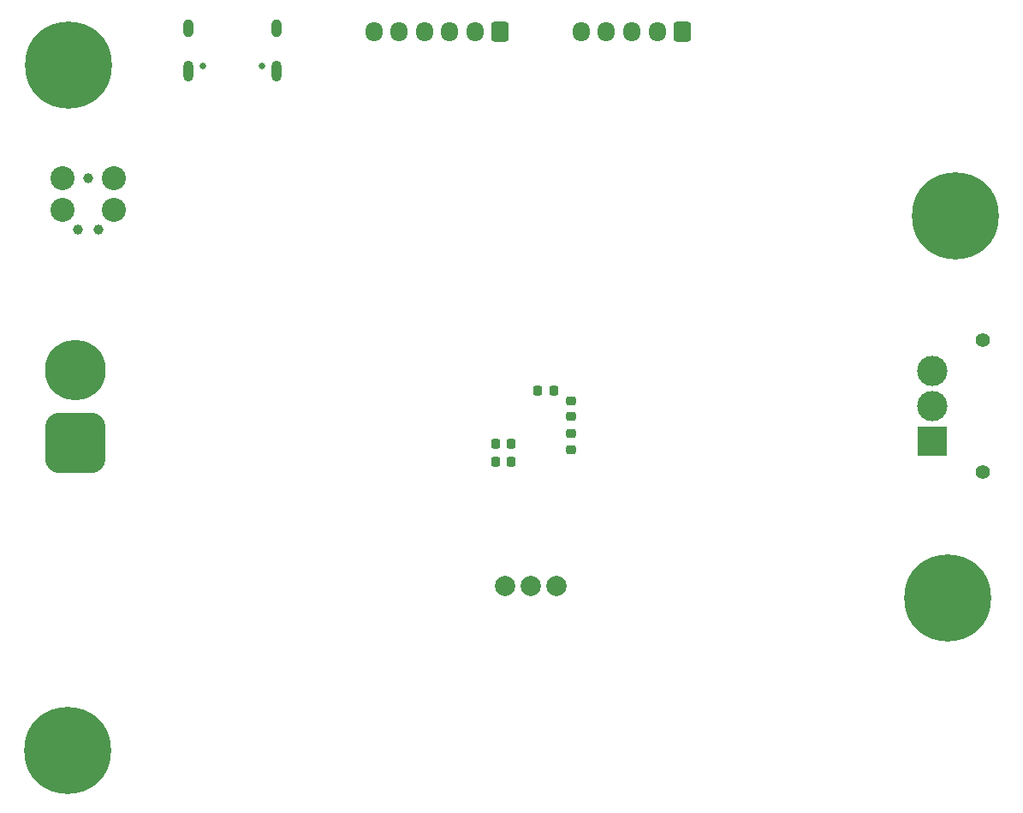
<source format=gbs>
%TF.GenerationSoftware,KiCad,Pcbnew,8.0.4-1.fc40*%
%TF.CreationDate,2024-07-29T21:14:52+02:00*%
%TF.ProjectId,TractionHub,54726163-7469-46f6-9e48-75622e6b6963,rev?*%
%TF.SameCoordinates,Original*%
%TF.FileFunction,Soldermask,Bot*%
%TF.FilePolarity,Negative*%
%FSLAX46Y46*%
G04 Gerber Fmt 4.6, Leading zero omitted, Abs format (unit mm)*
G04 Created by KiCad (PCBNEW 8.0.4-1.fc40) date 2024-07-29 21:14:52*
%MOMM*%
%LPD*%
G01*
G04 APERTURE LIST*
G04 Aperture macros list*
%AMRoundRect*
0 Rectangle with rounded corners*
0 $1 Rounding radius*
0 $2 $3 $4 $5 $6 $7 $8 $9 X,Y pos of 4 corners*
0 Add a 4 corners polygon primitive as box body*
4,1,4,$2,$3,$4,$5,$6,$7,$8,$9,$2,$3,0*
0 Add four circle primitives for the rounded corners*
1,1,$1+$1,$2,$3*
1,1,$1+$1,$4,$5*
1,1,$1+$1,$6,$7*
1,1,$1+$1,$8,$9*
0 Add four rect primitives between the rounded corners*
20,1,$1+$1,$2,$3,$4,$5,0*
20,1,$1+$1,$4,$5,$6,$7,0*
20,1,$1+$1,$6,$7,$8,$9,0*
20,1,$1+$1,$8,$9,$2,$3,0*%
G04 Aperture macros list end*
%ADD10C,0.900000*%
%ADD11C,8.600000*%
%ADD12RoundRect,0.250000X0.600000X0.725000X-0.600000X0.725000X-0.600000X-0.725000X0.600000X-0.725000X0*%
%ADD13O,1.700000X1.950000*%
%ADD14RoundRect,1.500000X1.500000X-1.500000X1.500000X1.500000X-1.500000X1.500000X-1.500000X-1.500000X0*%
%ADD15C,6.000000*%
%ADD16C,1.400000*%
%ADD17R,3.000000X3.000000*%
%ADD18C,3.000000*%
%ADD19C,2.374900*%
%ADD20C,0.990600*%
%ADD21C,2.000000*%
%ADD22C,0.650000*%
%ADD23O,1.000000X2.100000*%
%ADD24O,1.000000X1.800000*%
%ADD25RoundRect,0.225000X0.225000X0.250000X-0.225000X0.250000X-0.225000X-0.250000X0.225000X-0.250000X0*%
%ADD26RoundRect,0.225000X-0.250000X0.225000X-0.250000X-0.225000X0.250000X-0.225000X0.250000X0.225000X0*%
%ADD27RoundRect,0.225000X-0.225000X-0.250000X0.225000X-0.250000X0.225000X0.250000X-0.225000X0.250000X0*%
G04 APERTURE END LIST*
D10*
X217000000Y-116000000D03*
X217944581Y-113719581D03*
X217944581Y-118280419D03*
X220225000Y-112775000D03*
D11*
X220225000Y-116000000D03*
D10*
X220225000Y-119225000D03*
X222505419Y-113719581D03*
X222505419Y-118280419D03*
X223450000Y-116000000D03*
D12*
X194000000Y-60000000D03*
D13*
X191500000Y-60000000D03*
X189000000Y-60000000D03*
X186500000Y-60000000D03*
X184000000Y-60000000D03*
D14*
X134000000Y-100600000D03*
D15*
X134000000Y-93400000D03*
D10*
X217775000Y-78225000D03*
X218719581Y-75944581D03*
X218719581Y-80505419D03*
X221000000Y-75000000D03*
D11*
X221000000Y-78225000D03*
D10*
X221000000Y-81450000D03*
X223280419Y-75944581D03*
X223280419Y-80505419D03*
X224225000Y-78225000D03*
D16*
X223675000Y-90500000D03*
X223675000Y-103500000D03*
D17*
X218675000Y-100500000D03*
D18*
X218675000Y-97000000D03*
X218675000Y-93500000D03*
D10*
X130055419Y-63280419D03*
X131000000Y-61000000D03*
X131000000Y-65560838D03*
X133280419Y-60055419D03*
D11*
X133280419Y-63280419D03*
D10*
X133280419Y-66505419D03*
X135560838Y-61000000D03*
X135560838Y-65560838D03*
X136505419Y-63280419D03*
X130000000Y-131000000D03*
X130944581Y-128719581D03*
X130944581Y-133280419D03*
X133225000Y-127775000D03*
D11*
X133225000Y-131000000D03*
D10*
X133225000Y-134225000D03*
X135505419Y-128719581D03*
X135505419Y-133280419D03*
X136450000Y-131000000D03*
D19*
X137790000Y-74460000D03*
D20*
X135250000Y-74460000D03*
D19*
X132710000Y-74460000D03*
X137790000Y-77635000D03*
X132710000Y-77635000D03*
D20*
X136266000Y-79540000D03*
X134234000Y-79540000D03*
D21*
X181540000Y-114750000D03*
X179000000Y-114750000D03*
X176460000Y-114750000D03*
D22*
X152390000Y-63355000D03*
X146610000Y-63355000D03*
D23*
X153820000Y-63855000D03*
D24*
X153820000Y-59675000D03*
D23*
X145180000Y-63855000D03*
D24*
X145180000Y-59675000D03*
D12*
X176000000Y-60000000D03*
D13*
X173500000Y-60000000D03*
X171000000Y-60000000D03*
X168500000Y-60000000D03*
X166000000Y-60000000D03*
X163500000Y-60000000D03*
D25*
X181275000Y-95500000D03*
X179725000Y-95500000D03*
D26*
X183000000Y-99725000D03*
X183000000Y-101275000D03*
D27*
X175500000Y-102500000D03*
X177050000Y-102500000D03*
X175500000Y-100750000D03*
X177050000Y-100750000D03*
D26*
X183000000Y-96475000D03*
X183000000Y-98025000D03*
M02*

</source>
